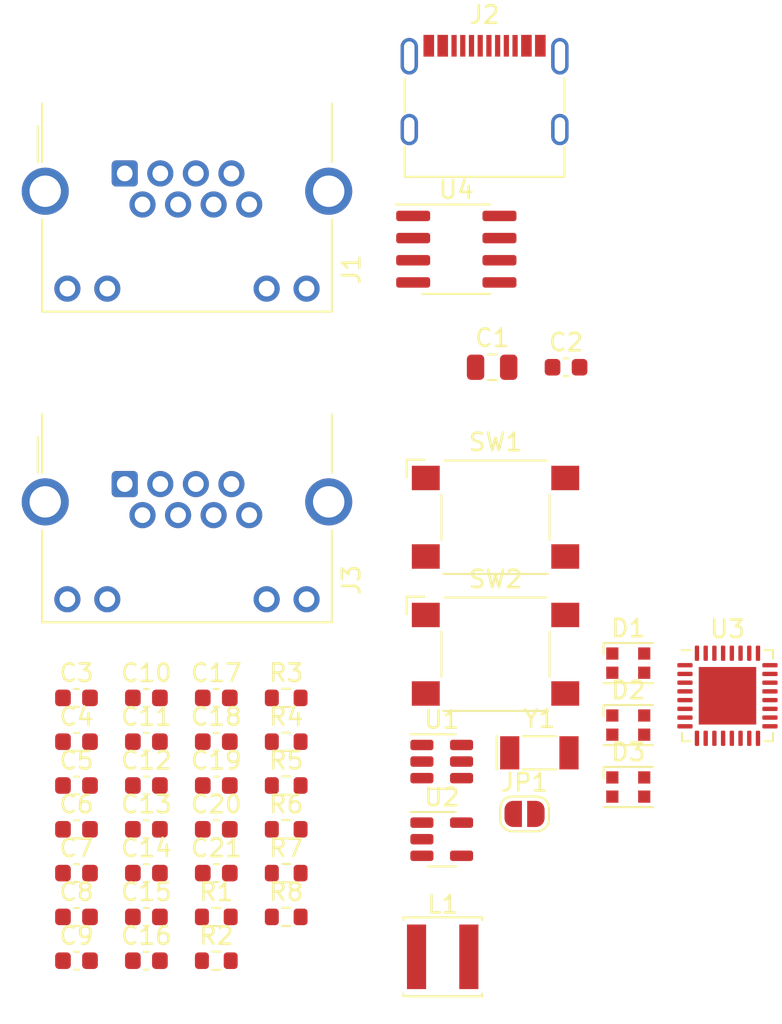
<source format=kicad_pcb>
(kicad_pcb (version 20221018) (generator pcbnew)
  (layers (0 "F.Cu" signal) (31 "B.Cu" signal) (34 "B.Paste" user) (35 "F.Paste" user) (36 "B.SilkS" user "B.Silkscreen") (37 "F.SilkS" user "F.Silkscreen") (38 "B.Mask" user) (39 "F.Mask" user) (44 "Edge.Cuts" user))
  (net 0 "")
  (net 2 "Net-(D1-DOUT)")
  (net 3 "GND")
  (net 4 "/RGB")
  (net 6 "Net-(D2-DOUT)")
  (net 9 "/D+")
  (net 10 "/D-")
  (net 11 "Net-(JP1-A)")
  (net 12 "+5V")
  (net 13 "Net-(U3-GPIO9)")
  (net 14 "Net-(U3-CHIP_EN)")
  (net 15 "Net-(U1-SW)")
  (net 16 "+12V")
  (net 17 "Net-(U1-FB)")
  (net 19 "Net-(U1-BST)")
  (net 21 "+3.3V")
  (net 25 "Net-(U3-GPIO2)")
  (net 31 "Net-(U3-GPIO8)")
  (net 32 "Net-(U3-VDD_SPI)")
  (net 41 "Net-(U3-XTAL_N)")
  (net 42 "Net-(U3-XTAL_P)")
  (net 44 "Net-(C9-Pad1)")
  (net 52 "Net-(J2-CC1)")
  (net 54 "Net-(J2-CC2)")
  (net 70 "/CAN_TX")
  (net 71 "/CAN_RX")
  (net 73 "/CANL")
  (net 74 "/CANH")
  (footprint "Jumper:SolderJumper-2_P1.3mm_Open_RoundedPad1.0x1.5mm" (layer "F.Cu") (at 150.5145 98.746)
    (fp_text reference "JP1" (at 0 -1.8) (layer "F.SilkS"))
    (fp_text value "SolderJumper")
    (fp_line (start -1.4 0.3) (end -1.4 -0.3) (stroke (width 0.12)) (layer "F.SilkS"))
    (fp_line (start -0.7 -1) (end 0.7 -1) (stroke (width 0.12)) (layer "F.SilkS"))
    (fp_line (start 0.7 1) (end -0.7 1) (stroke (width 0.12)) (layer "F.SilkS"))
    (fp_line (start 1.4 -0.3) (end 1.4 0.3) (stroke (width 0.12)) (layer "F.SilkS"))
    (fp_arc (start -1.4 -0.3) (mid -1.194975 -0.794975) (end -0.7 -1) (stroke (width 0.12)) (layer "F.SilkS"))
    (fp_arc (start -0.7 1) (mid -1.194975 0.794975) (end -1.4 0.3) (stroke (width 0.12)) (layer "F.SilkS"))
    (fp_arc (start 0.7 -1) (mid 1.194975 -0.794975) (end 1.4 -0.3) (stroke (width 0.12)) (layer "F.SilkS"))
    (fp_arc (start 1.4 0.3) (mid 1.194975 0.794975) (end 0.7 1) (stroke (width 0.12)) (layer "F.SilkS"))
    (pad "1" smd custom (at -0.65 0) (size 1 0.5) (layers "F.Cu" "F.Mask") (net 11 "Net-(JP1-A)") (options (clearance outline) (anchor rect)) (primitives (gr_circle (center 0 0.25) (end 0.5 0.25) (width 0) (fill yes)) (gr_circle (center 0 -0.25) (end 0.5 -0.25) (width 0) (fill yes)) (gr_poly (pts (xy 0.5 0.75) (xy 0 0.75) (xy 0 -0.75) (xy 0.5 -0.75)) (width 0) (fill yes))))
    (pad "2" smd custom (at 0.65 0) (size 1 0.5) (layers "F.Cu" "F.Mask") (net 12 "+5V") (options (clearance outline) (anchor rect)) (primitives (gr_circle (center 0 0.25) (end 0.5 0.25) (width 0) (fill yes)) (gr_circle (center 0 -0.25) (end 0.5 -0.25) (width 0) (fill yes)) (gr_poly (pts (xy 0 0.75) (xy -0.5 0.75) (xy -0.5 -0.75) (xy 0 -0.75)) (width 0) (fill yes))))
  )
  (footprint "Resistor_SMD:R_0603_1608Metric" (layer "F.Cu") (at 136.843 104.648)
    (fp_text reference "R8" (at 0 -1.43) (layer "F.SilkS"))
    (fp_text value "10k")
    (fp_line (start -0.237258 -0.5225) (end 0.237258 -0.5225) (stroke (width 0.12)) (layer "F.SilkS"))
    (fp_line (start -0.237258 0.5225) (end 0.237258 0.5225) (stroke (width 0.12)) (layer "F.SilkS"))
    (pad "1" smd roundrect (at -0.825 0) (size 0.8 0.95) (layers "F.Cu" "F.Paste" "F.Mask") (net 52 "Net-(J2-CC1)"))
    (pad "2" smd roundrect (at 0.825 0) (size 0.8 0.95) (layers "F.Cu" "F.Paste" "F.Mask") (net 3 "GND"))
  )
  (footprint "Resistor_SMD:R_0603_1608Metric" (layer "F.Cu") (at 136.843 94.608)
    (fp_text reference "R4" (at 0 -1.43) (layer "F.SilkS"))
    (fp_text value "10k")
    (fp_line (start -0.237258 -0.5225) (end 0.237258 -0.5225) (stroke (width 0.12)) (layer "F.SilkS"))
    (fp_line (start -0.237258 0.5225) (end 0.237258 0.5225) (stroke (width 0.12)) (layer "F.SilkS"))
    (pad "1" smd roundrect (at -0.825 0) (size 0.8 0.95) (layers "F.Cu" "F.Paste" "F.Mask") (net 21 "+3.3V"))
    (pad "2" smd roundrect (at 0.825 0) (size 0.8 0.95) (layers "F.Cu" "F.Paste" "F.Mask") (net 31 "Net-(U3-GPIO8)"))
  )
  (footprint "Capacitor_SMD:C_0603_1608Metric" (layer "F.Cu") (at 124.813 97.118)
    (fp_text reference "C5" (at 0 -1.43) (layer "F.SilkS"))
    (fp_text value "1uF")
    (fp_line (start -0.14058 -0.51) (end 0.14058 -0.51) (stroke (width 0.12)) (layer "F.SilkS"))
    (fp_line (start -0.14058 0.51) (end 0.14058 0.51) (stroke (width 0.12)) (layer "F.SilkS"))
    (pad "1" smd roundrect (at -0.775 0) (size 0.9 0.95) (layers "F.Cu" "F.Paste" "F.Mask") (net 12 "+5V"))
    (pad "2" smd roundrect (at 0.775 0) (size 0.9 0.95) (layers "F.Cu" "F.Paste" "F.Mask") (net 3 "GND"))
  )
  (footprint "LED_SMD:LED_WS2812B-2020_PLCC4_2.0x2.0mm" (layer "F.Cu") (at 156.4645 97.206)
    (fp_text reference "D3" (at 0 -2) (layer "F.SilkS"))
    (fp_text value "WS2812B")
    (fp_line (start -1.42 -1.15) (end -1.42 -0.5) (stroke (width 0.12)) (layer "F.SilkS"))
    (fp_line (start -1.42 -1.15) (end 1.42 -1.15) (stroke (width 0.12)) (layer "F.SilkS"))
    (fp_line (start -1.42 1.15) (end 1.42 1.15) (stroke (width 0.12)) (layer "F.SilkS"))
    (pad "1" smd rect (at -0.915 -0.55) (size 0.7 0.7) (layers "F.Cu" "F.Paste" "F.Mask") (net 12 "+5V"))
    (pad "2" smd rect (at -0.915 0.55) (size 0.7 0.7) (layers "F.Cu" "F.Paste" "F.Mask"))
    (pad "3" smd rect (at 0.915 0.55) (size 0.7 0.7) (layers "F.Cu" "F.Paste" "F.Mask") (net 3 "GND"))
    (pad "4" smd rect (at 0.915 -0.55) (size 0.7 0.7) (layers "F.Cu" "F.Paste" "F.Mask") (net 6 "Net-(D2-DOUT)"))
  )
  (footprint "Capacitor_SMD:C_0603_1608Metric" (layer "F.Cu") (at 124.813 92.098)
    (fp_text reference "C3" (at 0 -1.43) (layer "F.SilkS"))
    (fp_text value "22uF")
    (fp_line (start -0.14058 -0.51) (end 0.14058 -0.51) (stroke (width 0.12)) (layer "F.SilkS"))
    (fp_line (start -0.14058 0.51) (end 0.14058 0.51) (stroke (width 0.12)) (layer "F.SilkS"))
    (pad "1" smd roundrect (at -0.775 0) (size 0.9 0.95) (layers "F.Cu" "F.Paste" "F.Mask") (net 11 "Net-(JP1-A)"))
    (pad "2" smd roundrect (at 0.775 0) (size 0.9 0.95) (layers "F.Cu" "F.Paste" "F.Mask") (net 3 "GND"))
  )
  (footprint "Connector_RJ:RJ45_Connfly_DS1128-09-S8xx-S_Horizontal" (layer "F.Cu") (at 127.581 79.846)
    (fp_text reference "J3" (at 13 5.5 -90) (layer "F.SilkS"))
    (fp_text value "RJ45_LED_Shielded")
    (fp_line (start -4.99 -0.64) (end -4.99 -2.71) (stroke (width 0.12)) (layer "F.SilkS"))
    (fp_line (start -4.74 -0.64) (end -4.74 -4) (stroke (width 0.12)) (layer "F.SilkS"))
    (fp_line (start -4.74 7.92) (end -4.74 2.66) (stroke (width 0.12)) (layer "F.SilkS"))
    (fp_line (start 11.88 -4) (end 11.88 -0.65) (stroke (width 0.12)) (layer "F.SilkS"))
    (fp_line (start 11.88 2.66) (end 11.88 7.92) (stroke (width 0.12)) (layer "F.SilkS"))
    (fp_line (start 11.88 7.92) (end -4.74 7.92) (stroke (width 0.12)) (layer "F.SilkS"))
    (pad "" np_thru_hole circle (at -2.78 -2.54 180) (size 3.25 3.25) (drill 3.25) (layers "F&B.Cu" "*.Mask"))
    (pad "" np_thru_hole circle (at 9.92 -2.54 180) (size 3.25 3.25) (drill 3.25) (layers "F&B.Cu" "*.Mask"))
    (pad "1" thru_hole roundrect (at 0 0 180) (size 1.5 1.5) (drill 0.9) (layers "*.Cu" "*.Mask") (roundrect_rratio 0.1666666667))
    (pad "2" thru_hole circle (at 1.02 1.78 180) (size 1.5 1.5) (drill 0.9) (layers "*.Cu" "*.Mask"))
    (pad "3" thru_hole circle (at 2.04 0 180) (size 1.5 1.5) (drill 0.9) (layers "*.Cu" "*.Mask"))
    (pad "4" thru_hole circle (at 3.06 1.78 180) (size 1.5 1.5) (drill 0.9) (layers "*.Cu" "*.Mask"))
    (pad "5" thru_hole circle (at 4.08 0 180) (size 1.5 1.5) (drill 0.9) (layers "*.Cu" "*.Mask"))
    (pad "6" thru_hole circle (at 5.1 1.78 180) (size 1.5 1.5) (drill 0.9) (layers "*.Cu" "*.Mask"))
    (pad "7" thru_hole circle (at 6.12 0 180) (size 1.5 1.5) (drill 0.9) (layers "*.Cu" "*.Mask"))
    (pad "8" thru_hole circle (at 7.14 1.78 180) (size 1.5 1.5) (drill 0.9) (layers "*.Cu" "*.Mask"))
    (pad "9" thru_hole circle (at -3.29 6.6 180) (size 1.5 1.5) (drill 0.9) (layers "*.Cu" "*.Mask"))
    (pad "10" thru_hole circle (at -1 6.6 180) (size 1.5 1.5) (drill 0.9) (layers "*.Cu" "*.Mask"))
    (pad "11" thru_hole circle (at 8.14 6.6 180) (size 1.5 1.5) (drill 0.9) (layers "*.Cu" "*.Mask"))
    (pad "12" thru_hole circle (at 10.43 6.6 180) (size 1.5 1.5) (drill 0.9) (layers "*.Cu" "*.Mask"))
    (pad "SH" thru_hole circle (at -4.56 1.02 180) (size 2.7 2.7) (drill 1.8) (layers "*.Cu" "*.Mask"))
    (pad "SH" thru_hole circle (at 11.7 1.02 180) (size 2.7 2.7) (drill 1.8) (layers "*.Cu" "*.Mask"))
  )
  (footprint "Resistor_SMD:R_0603_1608Metric" (layer "F.Cu") (at 132.833 104.648)
    (fp_text reference "R1" (at 0 -1.43) (layer "F.SilkS"))
    (fp_text value "56.2k")
    (fp_line (start -0.237258 -0.5225) (end 0.237258 -0.5225) (stroke (width 0.12)) (layer "F.SilkS"))
    (fp_line (start -0.237258 0.5225) (end 0.237258 0.5225) (stroke (width 0.12)) (layer "F.SilkS"))
    (pad "1" smd roundrect (at -0.825 0) (size 0.8 0.95) (layers "F.Cu" "F.Paste" "F.Mask") (net 11 "Net-(JP1-A)"))
    (pad "2" smd roundrect (at 0.825 0) (size 0.8 0.95) (layers "F.Cu" "F.Paste" "F.Mask") (net 17 "Net-(U1-FB)"))
  )
  (footprint "Capacitor_SMD:C_0603_1608Metric" (layer "F.Cu") (at 128.823 107.158)
    (fp_text reference "C16" (at 0 -1.43) (layer "F.SilkS"))
    (fp_text value "10uF")
    (fp_line (start -0.14058 -0.51) (end 0.14058 -0.51) (stroke (width 0.12)) (layer "F.SilkS"))
    (fp_line (start -0.14058 0.51) (end 0.14058 0.51) (stroke (width 0.12)) (layer "F.SilkS"))
    (pad "1" smd roundrect (at -0.775 0) (size 0.9 0.95) (layers "F.Cu" "F.Paste" "F.Mask") (net 21 "+3.3V"))
    (pad "2" smd roundrect (at 0.775 0) (size 0.9 0.95) (layers "F.Cu" "F.Paste" "F.Mask") (net 3 "GND"))
  )
  (footprint "Capacitor_SMD:C_0603_1608Metric" (layer "F.Cu") (at 132.833 92.098)
    (fp_text reference "C17" (at 0 -1.43) (layer "F.SilkS"))
    (fp_text value "100nF")
    (fp_line (start -0.14058 -0.51) (end 0.14058 -0.51) (stroke (width 0.12)) (layer "F.SilkS"))
    (fp_line (start -0.14058 0.51) (end 0.14058 0.51) (stroke (width 0.12)) (layer "F.SilkS"))
    (pad "1" smd roundrect (at -0.775 0) (size 0.9 0.95) (layers "F.Cu" "F.Paste" "F.Mask") (net 32 "Net-(U3-VDD_SPI)"))
    (pad "2" smd roundrect (at 0.775 0) (size 0.9 0.95) (layers "F.Cu" "F.Paste" "F.Mask") (net 3 "GND"))
  )
  (footprint "Resistor_SMD:R_0603_1608Metric" (layer "F.Cu") (at 136.843 97.118)
    (fp_text reference "R5" (at 0 -1.43) (layer "F.SilkS"))
    (fp_text value "10k")
    (fp_line (start -0.237258 -0.5225) (end 0.237258 -0.5225) (stroke (width 0.12)) (layer "F.SilkS"))
    (fp_line (start -0.237258 0.5225) (end 0.237258 0.5225) (stroke (width 0.12)) (layer "F.SilkS"))
    (pad "1" smd roundrect (at -0.825 0) (size 0.8 0.95) (layers "F.Cu" "F.Paste" "F.Mask") (net 21 "+3.3V"))
    (pad "2" smd roundrect (at 0.825 0) (size 0.8 0.95) (layers "F.Cu" "F.Paste" "F.Mask") (net 14 "Net-(U3-CHIP_EN)"))
  )
  (footprint "Inductor_SMD:L_Sunlord_SWPA4030S" (layer "F.Cu") (at 145.82 106.934)
    (fp_text reference "L1" (at 0 -3) (layer "F.SilkS"))
    (fp_text value "3.3uH")
    (fp_line (start -2.26 -2.26) (end -2.26 -2.11) (stroke (width 0.12)) (layer "F.SilkS"))
    (fp_line (start -2.26 -2.26) (end 2.26 -2.26) (stroke (width 0.12)) (layer "F.SilkS"))
    (fp_line (start -2.26 2.26) (end -2.26 2.11) (stroke (width 0.12)) (layer "F.SilkS"))
    (fp_line (start -2.26 2.26) (end 2.26 2.26) (stroke (width 0.12)) (layer "F.SilkS"))
    (fp_line (start 2.26 -2.26) (end 2.26 -2.11) (stroke (width 0.12)) (layer "F.SilkS"))
    (fp_line (start 2.26 2.26) (end 2.26 2.11) (stroke (width 0.12)) (layer "F.SilkS"))
    (pad "1" smd rect (at -1.5 0) (size 1.1 3.7) (layers "F.Cu" "F.Paste" "F.Mask") (net 19 "Net-(U1-BST)"))
    (pad "2" smd rect (at 1.5 0) (size 1.1 3.7) (layers "F.Cu" "F.Paste" "F.Mask") (net 11 "Net-(JP1-A)"))
  )
  (footprint "Capacitor_SMD:C_0603_1608Metric" (layer "F.Cu") (at 124.813 107.158)
    (fp_text reference "C9" (at 0 -1.43) (layer "F.SilkS"))
    (fp_text value "16pF")
    (fp_line (start -0.14058 -0.51) (end 0.14058 -0.51) (stroke (width 0.12)) (layer "F.SilkS"))
    (fp_line (start -0.14058 0.51) (end 0.14058 0.51) (stroke (width 0.12)) (layer "F.SilkS"))
    (pad "1" smd roundrect (at -0.775 0) (size 0.9 0.95) (layers "F.Cu" "F.Paste" "F.Mask") (net 44 "Net-(C9-Pad1)"))
    (pad "2" smd roundrect (at 0.775 0) (size 0.9 0.95) (layers "F.Cu" "F.Paste" "F.Mask") (net 3 "GND"))
  )
  (footprint "Capacitor_SMD:C_0603_1608Metric" (layer "F.Cu") (at 128.823 97.118)
    (fp_text reference "C12" (at 0 -1.43) (layer "F.SilkS"))
    (fp_text value "100nF")
    (fp_line (start -0.14058 -0.51) (end 0.14058 -0.51) (stroke (width 0.12)) (layer "F.SilkS"))
    (fp_line (start -0.14058 0.51) (end 0.14058 0.51) (stroke (width 0.12)) (layer "F.SilkS"))
    (pad "1" smd roundrect (at -0.775 0) (size 0.9 0.95) (layers "F.Cu" "F.Paste" "F.Mask") (net 21 "+3.3V"))
    (pad "2" smd roundrect (at 0.775 0) (size 0.9 0.95) (layers "F.Cu" "F.Paste" "F.Mask") (net 3 "GND"))
  )
  (footprint "Capacitor_SMD:C_0805_2012Metric" (layer "F.Cu") (at 148.656 73.152)
    (fp_text reference "C1" (at 0 -1.68) (layer "F.SilkS"))
    (fp_text value "10uF")
    (fp_line (start -0.261252 -0.735) (end 0.261252 -0.735) (stroke (width 0.12)) (layer "F.SilkS"))
    (fp_line (start -0.261252 0.735) (end 0.261252 0.735) (stroke (width 0.12)) (layer "F.SilkS"))
    (pad "1" smd roundrect (at -0.95 0) (size 1 1.45) (layers "F.Cu" "F.Paste" "F.Mask") (net 16 "+12V"))
    (pad "2" smd roundrect (at 0.95 0) (size 1 1.45) (layers "F.Cu" "F.Paste" "F.Mask") (net 3 "GND"))
  )
  (footprint "Crystal:Crystal_SMD_MicroCrystal_CC5V-T1A-2Pin_4.1x1.5mm" (layer "F.Cu") (at 151.3645 95.246)
    (fp_text reference "Y1" (at 0 -1.95) (layer "F.SilkS"))
    (fp_text value "Crystal")
    (fp_line (start -2.45 -0.95) (end -2.45 0.95) (stroke (width 0.12)) (layer "F.SilkS"))
    (fp_line (start -0.95 -0.95) (end 0.95 -0.95) (stroke (width 0.12)) (layer "F.SilkS"))
    (fp_line (start -0.95 0.95) (end 0.95 0.95) (stroke (width 0.12)) (layer "F.SilkS"))
    (pad "1" smd rect (at -1.7 0) (size 1.1 1.9) (layers "F.Cu" "F.Paste" "F.Mask") (net 44 "Net-(C9-Pad1)"))
    (pad "2" smd rect (at 1.7 0) (size 1.1 1.9) (layers "F.Cu" "F.Paste" "F.Mask") (net 41 "Net-(U3-XTAL_N)"))
  )
  (footprint "Capacitor_SMD:C_0603_1608Metric" (layer "F.Cu") (at 132.833 99.628)
    (fp_text reference "C20" (at 0 -1.43) (layer "F.SilkS"))
    (fp_text value "10uF")
    (fp_line (start -0.14058 -0.51) (end 0.14058 -0.51) (stroke (width 0.12)) (layer "F.SilkS"))
    (fp_line (start -0.14058 0.51) (end 0.14058 0.51) (stroke (width 0.12)) (layer "F.SilkS"))
    (pad "1" smd roundrect (at -0.775 0) (size 0.9 0.95) (layers "F.Cu" "F.Paste" "F.Mask") (net 12 "+5V"))
    (pad "2" smd roundrect (at 0.775 0) (size 0.9 0.95) (layers "F.Cu" "F.Paste" "F.Mask") (net 3 "GND"))
  )
  (footprint "LED_SMD:LED_WS2812B-2020_PLCC4_2.0x2.0mm" (layer "F.Cu") (at 156.4645 90.106)
    (fp_text reference "D1" (at 0 -2) (layer "F.SilkS"))
    (fp_text value "WS2812B")
    (fp_line (start -1.42 -1.15) (end -1.42 -0.5) (stroke (width 0.12)) (layer "F.SilkS"))
    (fp_line (start -1.42 -1.15) (end 1.42 -1.15) (stroke (width 0.12)) (layer "F.SilkS"))
    (fp_line (start -1.42 1.15) (end 1.42 1.15) (stroke (width 0.12)) (layer "F.SilkS"))
    (pad "1" smd rect (at -0.915 -0.55) (size 0.7 0.7) (layers "F.Cu" "F.Paste" "F.Mask") (net 12 "+5V"))
    (pad "2" smd rect (at -0.915 0.55) (size 0.7 0.7) (layers "F.Cu" "F.Paste" "F.Mask") (net 2 "Net-(D1-DOUT)"))
    (pad "3" smd rect (at 0.915 0.55) (size 0.7 0.7) (layers "F.Cu" "F.Paste" "F.Mask") (net 3 "GND"))
    (pad "4" smd rect (at 0.915 -0.55) (size 0.7 0.7) (layers "F.Cu" "F.Paste" "F.Mask") (net 4 "/RGB"))
  )
  (footprint "Resistor_SMD:R_0603_1608Metric" (layer "F.Cu") (at 136.843 92.098)
    (fp_text reference "R3" (at 0 -1.43) (layer "F.SilkS"))
    (fp_text value "10k")
    (fp_line (start -0.237258 -0.5225) (end 0.237258 -0.5225) (stroke (width 0.12)) (layer "F.SilkS"))
    (fp_line (start -0.237258 0.5225) (end 0.237258 0.5225) (stroke (width 0.12)) (layer "F.SilkS"))
    (pad "1" smd roundrect (at -0.825 0) (size 0.8 0.95) (layers "F.Cu" "F.Paste" "F.Mask") (net 21 "+3.3V"))
    (pad "2" smd roundrect (at 0.825 0) (size 0.8 0.95) (layers "F.Cu" "F.Paste" "F.Mask") (net 25 "Net-(U3-GPIO2)"))
  )
  (footprint "Capacitor_SMD:C_0603_1608Metric" (layer "F.Cu") (at 124.813 104.648)
    (fp_text reference "C8" (at 0 -1.43) (layer "F.SilkS"))
    (fp_text value "1uF")
    (fp_line (start -0.14058 -0.51) (end 0.14058 -0.51) (stroke (width 0.12)) (layer "F.SilkS"))
    (fp_line (start -0.14058 0.51) (end 0.14058 0.51) (stroke (width 0.12)) (layer "F.SilkS"))
    (pad "1" smd roundrect (at -0.775 0) (size 0.9 0.95) (layers "F.Cu" "F.Paste" "F.Mask") (net 14 "Net-(U3-CHIP_EN)"))
    (pad "2" smd roundrect (at 0.775 0) (size 0.9 0.95) (layers "F.Cu" "F.Paste" "F.Mask") (net 3 "GND"))
  )
  (footprint "Capacitor_SMD:C_0603_1608Metric" (layer "F.Cu") (at 132.833 102.138)
    (fp_text reference "C21" (at 0 -1.43) (layer "F.SilkS"))
    (fp_text value "1uF")
    (fp_line (start -0.14058 -0.51) (end 0.14058 -0.51) (stroke (width 0.12)) (layer "F.SilkS"))
    (fp_line (start -0.14058 0.51) (end 0.14058 0.51) (stroke (width 0.12)) (layer "F.SilkS"))
    (pad "1" smd roundrect (at -0.775 0) (size 0.9 0.95) (layers "F.Cu" "F.Paste" "F.Mask") (net 12 "+5V"))
    (pad "2" smd roundrect (at 0.775 0) (size 0.9 0.95) (layers "F.Cu" "F.Paste" "F.Mask") (net 3 "GND"))
  )
  (footprint "Package_SO:SOIC-8_3.9x4.9mm_P1.27mm" (layer "F.Cu") (at 146.601 66.386)
    (fp_text reference "U4" (at 0 -3.4) (layer "F.SilkS"))
    (fp_text value "TJA1042T-3")
    (fp_line (start 0 -2.56) (end -3.45 -2.56) (stroke (width 0.12)) (layer "F.SilkS"))
    (fp_line (start 0 -2.56) (end 1.95 -2.56) (stroke (width 0.12)) (layer "F.SilkS"))
    (fp_line (start 0 2.56) (end -1.95 2.56) (stroke (width 0.12)) (layer "F.SilkS"))
    (fp_line (start 0 2.56) (end 1.95 2.56) (stroke (width 0.12)) (layer "F.SilkS"))
    (pad "1" smd roundrect (at -2.475 -1.905) (size 1.95 0.6) (layers "F.Cu" "F.Paste" "F.Mask") (net 70 "/CAN_TX"))
    (pad "2" smd roundrect (at -2.475 -0.635) (size 1.95 0.6) (layers "F.Cu" "F.Paste" "F.Mask"))
    (pad "3" smd roundrect (at -2.475 0.635) (size 1.95 0.6) (layers "F.Cu" "F.Paste" "F.Mask") (net 12 "+5V"))
    (pad "4" smd roundrect (at -2.475 1.905) (size 1.95 0.6) (layers "F.Cu" "F.Paste" "F.Mask") (net 71 "/CAN_RX"))
    (pad "5" smd roundrect (at 2.475 1.905) (size 1.95 0.6) (layers "F.Cu" "F.Paste" "F.Mask") (net 21 "+3.3V"))
    (pad "6" smd roundrect (at 2.475 0.635) (size 1.95 0.6) (layers "F.Cu" "F.Paste" "F.Mask") (net 73 "/CANL"))
    (pad "7" smd roundrect (at 2.475 -0.635) (size 1.95 0.6) (layers "F.Cu" "F.Paste" "F.Mask") (net 74 "/CANH"))
    (pad "8" smd roundrect (at 2.475 -1.905) (size 1.95 0.6) (layers "F.Cu" "F.Paste" "F.Mask") (net 3 "GND"))
  )
  (footprint "Capacitor_SMD:C_0603_1608Metric" (layer "F.Cu") (at 128.823 94.608)
    (fp_text reference "C11" (at 0 -1.43) (layer "F.SilkS"))
    (fp_text value "100nF")
    (fp_line (start -0.14058 -0.51) (end 0.14058 -0.51) (stroke (width 0.12)) (layer "F.SilkS"))
    (fp_line (start -0.14058 0.51) (end 0.14058 0.51) (stroke (width 0.12)) (layer "F.SilkS"))
    (pad "1" smd roundrect (at -0.775 0) (size 0.9 0.95) (layers "F.Cu" "F.Paste" "F.Mask") (net 21 "+3.3V"))
    (pad "2" smd roundrect (at 0.775 0) (size 0.9 0.95) (layers "F.Cu" "F.Paste" "F.Mask") (net 3 "GND"))
  )
  (footprint "Connector_USB:USB_C_Receptacle_G-Switch_GT-USB-7010ASV" (layer "F.Cu") (at 148.221 58.456)
    (fp_text reference "J2" (at 0 -5.5) (layer "F.SilkS"))
    (fp_text value "USB_C_Receptacle_USB2.0")
    (fp_line (start -4.58 -1.85) (end -4.58 0.07) (stroke (width 0.12)) (layer "F.SilkS"))
    (fp_line (start -4.58 3.785) (end -4.58 2.08) (stroke (width 0.12)) (layer "F.SilkS"))
    (fp_line (start 4.58 0.07) (end 4.58 -1.85) (stroke (width 0.12)) (layer "F.SilkS"))
    (fp_line (start 4.58 2.08) (end 4.58 3.785) (stroke (width 0.12)) (layer "F.SilkS"))
    (fp_line (start 4.58 3.785) (end -4.58 3.785) (stroke (width 0.12)) (layer "F.SilkS"))
    (pad "" np_thru_hole circle (at -2.89 -2.605) (size 0.65 0.65) (drill 0.65) (layers "*.Cu" "*.Mask"))
    (pad "" np_thru_hole circle (at 2.89 -2.605) (size 0.65 0.65) (drill 0.65) (layers "*.Cu" "*.Mask"))
    (pad "A1" smd rect (at -3.2 -3.725) (size 0.6 1.24) (layers "F.Cu" "F.Paste" "F.Mask") (net 3 "GND"))
    (pad "A4" smd rect (at -2.4 -3.725) (size 0.6 1.24) (layers "F.Cu" "F.Paste" "F.Mask") (net 12 "+5V"))
    (pad "A5" smd rect (at -1.25 -3.725) (size 0.3 1.24) (layers "F.Cu" "F.Paste" "F.Mask") (net 52 "Net-(J2-CC1)"))
    (pad "A6" smd rect (at -0.25 -3.725) (size 0.3 1.24) (layers "F.Cu" "F.Paste" "F.Mask") (net 9 "/D+"))
    (pad "A7" smd rect (at 0.25 -3.725) (size 0.3 1.24) (layers "F.Cu" "F.Paste" "F.Mask") (net 10 "/D-"))
    (pad "A8" smd rect (at 1.25 -3.725) (size 0.3 1.24) (layers "F.Cu" "F.Paste" "F.Mask"))
    (pad "A9" smd rect (at 2.4 -3.725) (size 0.6 1.24) (layers "F.Cu" "F.Paste" "F.Mask") (net 12 "+5V"))
    (pad "A12" smd rect (at 3.2 -3.725) (size 0.6 1.24) (layers "F.Cu" "F.Paste" "F.Mask") (net 3 "GND"))
    (pad "B1" smd rect (at 3.2 -3.725) (size 0.6 1.24) (layers "F.Cu" "F.Paste" "F.Mask") (net 3 "GND"))
    (pad "B4" smd rect (at 2.4 -3.725) (size 0.6 1.24) (layers "F.Cu" "F.Paste" "F.Mask") (net 12 "+5V"))
    (pad "B5" smd rect (at 1.75 -3.725) (size 0.3 1.24) (layers "F.Cu" "F.Paste" "F.Mask") (net 54 "Net-(J2-CC2)"))
    (pad "B6" smd rect (at 0.75 -3.725) (size 0.3 1.24) (layers "F.Cu" "F.Paste" "F.Mask") (net 9 "/D+"))
    (pad "B7" smd rect (at -0.75 -3.725) (size 0.3 1.24) (layers "F.Cu" "F.Paste" "F.Mask") (net 10 "/D-"))
    (pad "B8" smd rect (at -1.75 -3.725) (size 0.3 1.24) (layers "F.Cu" "F.Paste" "F.Mask"))
    (pad "B9" smd rect (at -2.4 -3.725) (size 0.6 1.24) (layers "F.Cu" "F.Paste" "F.Mask") (net 12 "+5V"))
    (pad "B12" smd rect (at -3.2 -3.725) (size 0.6 1.24) (layers "F.Cu" "F.Paste" "F.Mask") (net 3 "GND"))
    (pad "S1" thru_hole oval (at -4.32 -3.125) (size 1 2.1) (drill oval 0.6 1.7) (layers "*.Cu" "*.Mask"))
    (pad "S1" thru_hole oval (at -4.32 1.075) (size 1 1.8) (drill oval 0.6 1.4) (layers "*.Cu" "*.Mask"))
    (pad "S1" thru_hole oval (at 4.32 -3.125) (size 1 2.1) (drill oval 0.6 1.7) (layers "*.Cu" "*.Mask"))
    (pad "S1" thru_hole oval (at 4.32 1.075) (size 1 1.8) (drill oval 0.6 1.4) (layers "*.Cu" "*.Mask"))
  )
  (footprint "Connector_RJ:RJ45_Connfly_DS1128-09-S8xx-S_Horizontal" (layer "F.Cu") (at 127.581 62.046)
    (fp_text reference "J1" (at 13 5.5 -90) (layer "F.SilkS"))
    (fp_text value "RJ45_LED_Shielded")
    (fp_line (start -4.99 -0.64) (end -4.99 -2.71) (stroke (width 0.12)) (layer "F.SilkS"))
    (fp_line (start -4.74 -0.64) (end -4.74 -4) (stroke (width 0.12)) (layer "F.SilkS"))
    (fp_line (start -4.74 7.92) (end -4.74 2.66) (stroke (width 0.12)) (layer "F.SilkS"))
    (fp_line (start 11.88 -4) (end 11.88 -0.65) (stroke (width 0.12)) (layer "F.SilkS"))
    (fp_line (start 11.88 2.66) (end 11.88 7.92) (stroke (width 0.12)) (layer "F.SilkS"))
    (fp_line (start 11.88 7.92) (end -4.74 7.92) (stroke (width 0.12)) (layer "F.SilkS"))
    (pad "" np_thru_hole circle (at -2.78 -2.54 180) (size 3.25 3.25) (drill 3.25) (layers "F&B.Cu" "*.Mask"))
    (pad "" np_thru_hole circle (at 9.92 -2.54 180) (size 3.25 3.25) (drill 3.25) (layers "F&B.Cu" "*.Mask"))
    (pad "1" thru_hole roundrect (at 0 0 180) (size 1.5 1.5) (drill 0.9) (layers "*.Cu" "*.Mask") (roundrect_rratio 0.1666666667))
    (pad "2" thru_hole circle (at 1.02 1.78 180) (size 1.5 1.5) (drill 0.9) (layers "*.Cu" "*.Mask"))
    (pad "3" thru_hole circle (at 2.04 0 180) (size 1.5 1.5) (drill 0.9) (layers "*.Cu" "*.Mask"))
    (pad "4" thru_hole circle (at 3.06 1.78 180) (size 1.5 1.5) (drill 0.9) (layers "*.Cu" "*.Mask"))
    (pad "5" thru_hole circle (at 4.08 0 180) (size 1.5 1.5) (drill 0.9) (layers "*.Cu" "*.Mask"))
    (pad "6" thru_hole circle (at 5.1 1.78 180) (size 1.5 1.5) (drill 0.9) (layers "*.Cu" "*.Mask"))
    (pad "7" thru_hole circle (at 6.12 0 180) (size 1.5 1.5) (drill 0.9) (layers "*.Cu" "*.Mask"))
    (pad "8" thru_hole circle (at 7.14 1.78 180) (size 1.5 1.5) (drill 0.9) (layers "*.Cu" "*.Mask"))
    (pad "9" thru_hole circle (at -3.29 6.6 180) (size 1.5 1.5) (drill 0.9) (layers "*.Cu" "*.Mask"))
    (pad "10" thru_hole circle (at -1 6.6 180) (size 1.5 1.5) (drill 0.9) (layers "*.Cu" "*.Mask"))
    (pad "11" thru_hole circle (at 8.14 6.6 180) (size 1.5 1.5) (drill 0.9) (layers "*.Cu" "*.Mask"))
    (pad "12" thru_hole circle (at 10.43 6.6 180) (size 1.5 1.5) (drill 0.9) (layers "*.Cu" "*.Mask"))
    (pad "SH" thru_hole circle (at -4.56 1.02 180) (size 2.7 2.7) (drill 1.8) (layers "*.Cu" "*.Mask"))
    (pad "SH" thru_hole circle (at 11.7 1.02 180) (size 2.7 2.7) (drill 1.8) (layers "*.Cu" "*.Mask"))
  )
  (footprint "Capacitor_SMD:C_0603_1608Metric" (layer "F.Cu") (at 128.823 99.628)
    (fp_text reference "C13" (at 0 -1.43) (layer "F.SilkS"))
    (fp_text value "100nF")
    (fp_line (start -0.14058 -0.51) (end 0.14058 -0.51) (stroke (width 0.12)) (layer "F.SilkS"))
    (fp_line (start -0.14058 0.51) (end 0.14058 0.51) (stroke (width 0.12)) (layer "F.SilkS"))
    (pad "1" smd roundrect (at -0.775 0) (size 0.9 0.95) (layers "F.Cu" "F.Paste" "F.Mask") (net 21 "+3.3V"))
    (pad "2" smd roundrect (at 0.775 0) (size 0.9 0.95) (layers "F.Cu" "F.Paste" "F.Mask") (net 3 "GND"))
  )
  (footprint "Capacitor_SMD:C_0603_1608Metric" (layer "F.Cu") (at 124.813 94.608)
    (fp_text reference "C4" (at 0 -1.43) (layer "F.SilkS"))
    (fp_text value "22uF")
    (fp_line (start -0.14058 -0.51) (end 0.14058 -0.51) (stroke (width 0.12)) (layer "F.SilkS"))
    (fp_line (start -0.14058 0.51) (end 0.14058 0.51) (stroke (width 0.12)) (layer "F.SilkS"))
    (pad "1" smd roundrect (at -0.775 0) (size 0.9 0.95) (layers "F.Cu" "F.Paste" "F.Mask") (net 11 "Net-(JP1-A)"))
    (pad "2" smd roundrect (at 0.775 0) (size 0.9 0.95) (layers "F.Cu" "F.Paste" "F.Mask") (net 3 "GND"))
  )
  (footprint "Capacitor_SMD:C_0603_1608Metric" (layer "F.Cu") (at 128.823 92.098)
    (fp_text reference "C10" (at 0 -1.43) (layer "F.SilkS"))
    (fp_text value "16pF")
    (fp_line (start -0.14058 -0.51) (end 0.14058 -0.51) (stroke (width 0.12)) (layer "F.SilkS"))
    (fp_line (start -0.14058 0.51) (end 0.14058 0.51) (stroke (width 0.12)) (layer "F.SilkS"))
    (pad "1" smd roundrect (at -0.775 0) (size 0.9 0.95) (layers "F.Cu" "F.Paste" "F.Mask") (net 41 "Net-(U3-XTAL_N)"))
    (pad "2" smd roundrect (at 0.775 0) (size 0.9 0.95) (layers "F.Cu" "F.Paste" "F.Mask") (net 3 "GND"))
  )
  (footprint "Resistor_SMD:R_0603_1608Metric" (layer "F.Cu") (at 132.833 107.158)
    (fp_text reference "R2" (at 0 -1.43) (layer "F.SilkS"))
    (fp_text value "10k")
    (fp_line (start -0.237258 -0.5225) (end 0.237258 -0.5225) (stroke (width 0.12)) (layer "F.SilkS"))
    (fp_line (start -0.237258 0.5225) (end 0.237258 0.5225) (stroke (width 0.12)) (layer "F.SilkS"))
    (pad "1" smd roundrect (at -0.825 0) (size 0.8 0.95) (layers "F.Cu" "F.Paste" "F.Mask") (net 17 "Net-(U1-FB)"))
    (pad "2" smd roundrect (at 0.825 0) (size 0.8 0.95) (layers "F.Cu" "F.Paste" "F.Mask") (net 3 "GND"))
  )
  (footprint "Package_TO_SOT_SMD:TSOT-23-6" (layer "F.Cu") (at 145.7645 95.746)
    (fp_text reference "U1" (at 0 -2.4) (layer "F.SilkS"))
    (fp_text value "AP62300TWU")
    (fp_line (start 0 -1.56) (end -1.8 -1.56) (stroke (width 0.12)) (layer "F.SilkS"))
    (fp_line (start 0 -1.56) (end 0.8 -1.56) (stroke (width 0.12)) (layer "F.SilkS"))
    (fp_line (start 0 1.56) (end -0.8 1.56) (stroke (width 0.12)) (layer "F.SilkS"))
    (fp_line (start 0 1.56) (end 0.8 1.56) (stroke (width 0.12)) (layer "F.SilkS"))
    (pad "1" smd roundrect (at -1.1375 -0.95) (size 1.325 0.6) (layers "F.Cu" "F.Paste" "F.Mask") (net 3 "GND"))
    (pad "2" smd roundrect (at -1.1375 0) (size 1.325 0.6) (layers "F.Cu" "F.Paste" "F.Mask") (net 15 "Net-(U1-SW)"))
    (pad "3" smd roundrect (at -1.1375 0.95) (size 1.325 0.6) (layers "F.Cu" "F.Paste" "F.Mask") (net 16 "+12V"))
    (pad "4" smd roundrect (at 1.1375 0.95) (size 1.325 0.6) (layers "F.Cu" "F.Paste" "F.Mask") (net 17 "Net-(U1-FB)"))
    (pad "5" smd roundrect (at 1.1375 0) (size 1.325 0.6) (layers "F.Cu" "F.Paste" "F.Mask"))
    (pad "6" smd roundrect (at 1.1375 -0.95) (size 1.325 0.6) (layers "F.Cu" "F.Paste" "F.Mask") (net 19 "Net-(U1-BST)"))
  )
  (footprint "Package_TO_SOT_SMD:SOT-23-5" (layer "F.Cu") (at 145.7645 100.196)
    (fp_text reference "U2" (at 0 -2.4) (layer "F.SilkS"))
    (fp_text value "AP2112K-3.3")
    (fp_line (start 0 -1.56) (end -1.8 -1.56) (stroke (width 0.12)) (layer "F.SilkS"))
    (fp_line (start 0 -1.56) (end 0.8 -1.56) (stroke (width 0.12)) (layer "F.SilkS"))
    (fp_line (start 0 1.56) (end -0.8 1.56) (stroke (width 0.12)) (layer "F.SilkS"))
    (fp_line (start 0 1.56) (end 0.8 1.56) (stroke (width 0.12)) (layer "F.SilkS"))
    (pad "1" smd roundrect (at -1.1375 -0.95) (size 1.325 0.6) (layers "F.Cu" "F.Paste" "F.Mask") (net 12 "+5V"))
    (pad "2" smd roundrect (at -1.1375 0) (size 1.325 0.6) (layers "F.Cu" "F.Paste" "F.Mask") (net 3 "GND"))
    (pad "3" smd roundrect (at -1.1375 0.95) (size 1.325 0.6) (layers "F.Cu" "F.Paste" "F.Mask") (net 12 "+5V"))
    (pad "4" smd roundrect (at 1.1375 0.95) (size 1.325 0.6) (layers "F.Cu" "F.Paste" "F.Mask"))
    (pad "5" smd roundrect (at 1.1375 -0.95) (size 1.325 0.6) (layers "F.Cu" "F.Paste" "F.Mask") (net 21 "+3.3V"))
  )
  (footprint "Capacitor_SMD:C_0603_1608Metric" (layer "F.Cu") (at 128.823 104.648)
    (fp_text reference "C15" (at 0 -1.43) (layer "F.SilkS"))
    (fp_text value "1uF")
    (fp_line (start -0.14058 -0.51) (end 0.14058 -0.51) (stroke (width 0.12)) (layer "F.SilkS"))
    (fp_line (start -0.14058 0.51) (end 0.14058 0.51) (stroke (width 0.12)) (layer "F.SilkS"))
    (pad "1" smd roundrect (at -0.775 0) (size 0.9 0.95) (layers "F.Cu" "F.Paste" "F.Mask") (net 21 "+3.3V"))
    (pad "2" smd roundrect (at 0.775 0) (size 0.9 0.95) (layers "F.Cu" "F.Paste" "F.Mask") (net 3 "GND"))
  )
  (footprint "Button_Switch_SMD:SW_SPST_Omron_B3FS-101xP" (layer "F.Cu") (at 148.8495 89.596)
    (fp_text reference "SW2" (at 0 -4.3) (layer "F.SilkS"))
    (fp_text value "Enable")
    (fp_line (start -5.1 -3.3) (end -4.1 -3.3) (stroke (width 0.12)) (layer "F.SilkS"))
    (fp_line (start -5.1 -2.3) (end -5.1 -3.3) (stroke (width 0.12)) (layer "F.SilkS"))
    (fp_line (start -3.1 -1.3) (end -3.1 1.3) (stroke (width 0.12)) (layer "F.SilkS"))
    (fp_line (start 2.9 -3.25) (end -2.9 -3.25) (stroke (width 0.12)) (layer "F.SilkS"))
    (fp_line (start 3 3.25) (end -3 3.25) (stroke (width 0.12)) (layer "F.SilkS"))
    (fp_line (start 3.1 -1.3) (end 3.1 1.3) (stroke (width 0.12)) (layer "F.SilkS"))
    (pad "1" smd rect (at -4 -2.25 180) (size 1.6 1.4) (layers "F.Cu" "F.Paste" "F.Mask") (net 3 "GND"))
    (pad "1" smd rect (at 4 -2.25 180) (size 1.6 1.4) (layers "F.Cu" "F.Paste" "F.Mask") (net 3 "GND"))
    (pad "2" smd rect (at -4 2.25 180) (size 1.6 1.4) (layers "F.Cu" "F.Paste" "F.Mask") (net 14 "Net-(U3-CHIP_EN)"))
    (pad "2" smd rect (at 4 2.25 180) (size 1.6 1.4) (layers "F.Cu" "F.Paste" "F.Mask") (net 14 "Net-(U3-CHIP_EN)"))
  )
  (footprint "Button_Switch_SMD:SW_SPST_Omron_B3FS-101xP" (layer "F.Cu") (at 148.8495 81.746)
    (fp_text reference "SW1" (at 0 -4.3) (layer "F.SilkS"))
    (fp_text value "Boot")
    (fp_line (start -5.1 -3.3) (end -4.1 -3.3) (stroke (width 0.12)) (layer "F.SilkS"))
    (fp_line (start -5.1 -2.3) (end -5.1 -3.3) (stroke (width 0.12)) (layer "F.SilkS"))
    (fp_line (start -3.1 -1.3) (end -3.1 1.3) (stroke (width 0.12)) (layer "F.SilkS"))
    (fp_line (start 2.9 -3.25) (end -2.9 -3.25) (stroke (width 0.12)) (layer "F.SilkS"))
    (fp_line (start 3 3.25) (end -3 3.25) (stroke (width 0.12)) (layer "F.SilkS"))
    (fp_line (start 3.1 -1.3) (end 3.1 1.3) (stroke (width 0.12)) (layer "F.SilkS"))
    (pad "1" smd rect (at -4 -2.25 180) (size 1.6 1.4) (layers "F.Cu" "F.Paste" "F.Mask") (net 13 "Net-(U3-GPIO9)"))
    (pad "1" smd rect (at 4 -2.25 180) (size 1.6 1.4) (layers "F.Cu" "F.Paste" "F.Mask") (net 13 "Net-(U3-GPIO9)"))
    (pad "2" smd rect (at -4 2.25 180) (size 1.6 1.4) (layers "F.Cu" "F.Paste" "F.Mask") (net 3 "GND"))
    (pad "2" smd rect (at 4 2.25 180) (size 1.6 1.4) (layers "F.Cu" "F.Paste" "F.Mask") (net 3 "GND"))
  )
  (footprint "Capacitor_SMD:C_0603_1608Metric" (layer "F.Cu") (at 124.813 99.628)
    (fp_text reference "C6" (at 0 -1.43) (layer "F.SilkS"))
    (fp_text value "1uF")
    (fp_line (start -0.14058 -0.51) (end 0.14058 -0.51) (stroke (width 0.12)) (layer "F.SilkS"))
    (fp_line (start -0.14058 0.51) (end 0.14058 0.51) (stroke (width 0.12)) (layer "F.SilkS"))
    (pad "1" smd roundrect (at -0.775 0) (size 0.9 0.95) (layers "F.Cu" "F.Paste" "F.Mask") (net 21 "+3.3V"))
    (pad "2" smd roundrect (at 0.775 0) (size 0.9 0.95) (layers "F.Cu" "F.Paste" "F.Mask") (net 3 "GND"))
  )
  (footprint "Package_DFN_QFN:QFN-32-1EP_5x5mm_P0.5mm_EP3.3x3.3mm" (layer "F.Cu") (at 162.1545 91.976)
    (fp_text reference "U3" (at 0 -3.82) (layer "F.SilkS"))
    (fp_text value "~")
    (fp_line (start -2.61 2.61) (end -2.61 2.135) (stroke (width 0.12)) (layer "F.SilkS"))
    (fp_line (start -2.135 -2.61) (end -2.61 -2.61) (stroke (width 0.12)) (layer "F.SilkS"))
    (fp_line (start -2.135 2.61) (end -2.61 2.61) (stroke (width 0.12)) (layer "F.SilkS"))
    (fp_line (start 2.135 -2.61) (end 2.61 -2.61) (stroke (width 0.12)) (layer "F.SilkS"))
    (fp_line (start 2.135 2.61) (end 2.61 2.61) (stroke (width 0.12)) (layer "F.SilkS"))
    (fp_line (start 2.61 -2.61) (end 2.61 -2.135) (stroke (width 0.12)) (layer "F.SilkS"))
    (fp_line (start 2.61 2.61) (end 2.61 2.135) (stroke (width 0.12)) (layer "F.SilkS"))
    (pad "1" smd roundrect (at -2.4375 -1.75) (size 0.875 0.25) (layers "F.Cu" "F.Paste" "F.Mask"))
    (pad "2" smd roundrect (at -2.4375 -1.25) (size 0.875 0.25) (layers "F.Cu" "F.Paste" "F.Mask") (net 21 "+3.3V"))
    (pad "3" smd roundrect (at -2.4375 -0.75) (size 0.875 0.25) (layers "F.Cu" "F.Paste" "F.Mask") (net 21 "+3.3V"))
    (pad "4" smd roundrect (at -2.4375 -0.25) (size 0.875 0.25) (layers "F.Cu" "F.Paste" "F.Mask"))
    (pad "5" smd roundrect (at -2.4375 0.25) (size 0.875 0.25) (layers "F.Cu" "F.Paste" "F.Mask"))
    (pad "6" smd roundrect (at -2.4375 0.75) (size 0.875 0.25) (layers "F.Cu" "F.Paste" "F.Mask") (net 25 "Net-(U3-GPIO2)"))
    (pad "7" smd roundrect (at -2.4375 1.25) (size 0.875 0.25) (layers "F.Cu" "F.Paste" "F.Mask") (net 14 "Net-(U3-CHIP_EN)"))
    (pad "8" smd roundrect (at -2.4375 1.75) (size 0.875 0.25) (layers "F.Cu" "F.Paste" "F.Mask"))
    (pad "9" smd roundrect (at -1.75 2.4375) (size 0.25 0.875) (layers "F.Cu" "F.Paste" "F.Mask") (net 70 "/CAN_TX"))
    (pad "10" smd roundrect (at -1.25 2.4375) (size 0.25 0.875) (layers "F.Cu" "F.Paste" "F.Mask") (net 71 "/CAN_RX"))
    (pad "11" smd roundrect (at -0.75 2.4375) (size 0.25 0.875) (layers "F.Cu" "F.Paste" "F.Mask") (net 21 "+3.3V"))
    (pad "12" smd roundrect (at -0.25 2.4375) (size 0.25 0.875) (layers "F.Cu" "F.Paste" "F.Mask"))
    (pad "13" smd roundrect (at 0.25 2.4375) (size 0.25 0.875) (layers "F.Cu" "F.Paste" "F.Mask"))
    (pad "14" smd roundrect (at 0.75 2.4375) (size 0.25 0.875) (layers "F.Cu" "F.Paste" "F.Mask") (net 31 "Net-(U3-GPIO8)"))
    (pad "15" smd roundrect (at 1.25 2.4375) (size 0.25 0.875) (layers "F.Cu" "F.Paste" "F.Mask") (net 13 "Net-(U3-GPIO9)"))
    (pad "16" smd roundrect (at 1.75 2.4375) (size 0.25 0.875) (layers "F.Cu" "F.Paste" "F.Mask") (net 4 "/RGB"))
    (pad "17" smd roundrect (at 2.4375 1.75) (size 0.875 0.25) (layers "F.Cu" "F.Paste" "F.Mask") (net 21 "+3.3V"))
    (pad "18" smd roundrect (at 2.4375 1.25) (size 0.875 0.25) (layers "F.Cu" "F.Paste" "F.Mask") (net 32 "Net-(U3-VDD_SPI)"))
    (pad "19" smd roundrect (at 2.4375 0.75) (size 0.875 0.25) (layers "F.Cu" "F.Paste" "F.Mask"))
    (pad "20" smd roundrect (at 2.4375 0.25) (size 0.875 0.25) (layers "F.Cu" "F.Paste" "F.Mask"))
    (pad "21" smd roundrect (at 2.4375 -0.25) (size 0.875 0.25) (layers "F.Cu" "F.Paste" "F.Mask"))
    (pad "22" smd roundrect (at 2.4375 -0.75) (size 0.875 0.25) (layers "F.Cu" "F.Paste" "F.Mask"))
    (pad "23" smd roundrect (at 2.4375 -1.25) (size 0.875 0.25) (layers "F.Cu" "F.Paste" "F.Mask"))
    (pad "24" smd roundrect (at 2.4375 -1.75) (size 0.875 0.25) (layers "F.Cu" "F.Paste" "F.Mask"))
    (pad "25" smd roundrect (at 1.75 -2.4375) (size 0.25 0.875) (layers "F.Cu" "F.Paste" "F.Mask") (net 10 "/D-"))
    (pad "26" smd roundrect (at 1.25 -2.4375) (size 0.25 0.875) (layers "F.Cu" "F.Paste" "F.Mask") (net 9 "/D+"))
    (pad "27" smd roundrect (at 0.75 -2.4375) (size 0.25 0.875) (layers "F.Cu" "F.Paste" "F.Mask"))
    (pad "28" smd roundrect (at 0.25 -2.4375) (size 0.25 0.875) (layers "F.Cu" "F.Paste" "F.Mask"))
    (pad "29" smd roundrect (at -0.25 -2.4375) (size 0.25 0.875) (layers "F.Cu" "F.Paste" "F.Mask") (net 41 "Net-(U3-XTAL_N)"))
    (pad "30" smd roundrect (at -0.75 -2.4375) (size 0.25 0.875) (layers "F.Cu" "F.Paste" "F.Mask") (net 42 "Net-(U3-XTAL_P)"))
    (pad "31" smd roundrect (at -1.25 -2.4375) (size 0.25 0.875) (layers "F.Cu" "F.Paste" "F.Mask") (net 21 "+3.3V"))
    (pad "32" smd roundrect (at -1.75 -2.4375) (size 0.25 0.875) (layers "F.Cu" "F.Paste" "F.Mask") (net 21 "+3.3V"))
    (pad "33" smd rect (at 0 0) (size 3.3 3.3) (layers "F.Cu" "F.Mask") (net 3 "GND"))
  )
  (footprint "Capacitor_SMD:C_0603_1608Metric" (layer "F.Cu") (at 124.813 102.138)
    (fp_text reference "C7" (at 0 -1.43) (layer "F.SilkS"))
    (fp_text value "22uF")
    (fp_line (start -0.14058 -0.51) (end 0.14058 -0.51) (stroke (width 0.12)) (layer "F.SilkS"))
    (fp_line (start -0.14058 0.51) (end 0.14058 0.51) (stroke (width 0.12)) (layer "F.SilkS"))
    (pad "1" smd roundrect (at -0.775 0) (size 0.9 0.95) (layers "F.Cu" "F.Paste" "F.Mask") (net 21 "+3.3V"))
    (pad "2" smd roundrect (at 0.775 0) (size 0.9 0.95) (layers "F.Cu" "F.Paste" "F.Mask") (net 3 "GND"))
  )
  (footprint "Capacitor_SMD:C_0603_1608Metric" (layer "F.Cu") (at 128.823 102.138)
    (fp_text reference "C14" (at 0 -1.43) (layer "F.SilkS"))
    (fp_text value "100nF")
    (fp_line (start -0.14058 -0.51) (end 0.14058 -0.51) (stroke (width 0.12)) (layer "F.SilkS"))
    (fp_line (start -0.14058 0.51) (end 0.14058 0.51) (stroke (width 0.12)) (layer "F.SilkS"))
    (pad "1" smd roundrect (at -0.775 0) (size 0.9 0.95) (layers "F.Cu" "F.Paste" "F.Mask") (net 21 "+3.3V"))
    (pad "2" smd roundrect (at 0.775 0) (size 0.9 0.95) (layers "F.Cu" "F.Paste" "F.Mask") (net 3 "GND"))
  )
  (footprint "LED_SMD:LED_WS2812B-2020_PLCC4_2.0x2.0mm" (layer "F.Cu") (at 156.4645 93.656)
    (fp_text reference "D2" (at 0 -2) (layer "F.SilkS"))
    (fp_text value "WS2812B")
    (fp_line (start -1.42 -1.15) (end -1.42 -0.5) (stroke (width 0.12)) (layer "F.SilkS"))
    (fp_line (start -1.42 -1.15) (end 1.42 -1.15) (stroke (width 0.12)) (layer "F.SilkS"))
    (fp_line (start -1.42 1.15) (end 1.42 1.15) (stroke (width 0.12)) (layer "F.SilkS"))
    (pad "1" smd rect (at -0.915 -0.55) (size 0.7 0.7) (layers "F.Cu" "F.Paste" "F.Mask") (net 12 "+5V"))
    (pad "2" smd rect (at -0.915 0.55) (size 0.7 0.7) (layers "F.Cu" "F.Paste" "F.Mask") (net 6 "Net-(D2-DOUT)"))
    (pad "3" smd rect (at 0.915 0.55) (size 0.7 0.7) (layers "F.Cu" "F.Paste" "F.Mask") (net 3 "GND"))
    (pad "4" smd rect (at 0.915 -0.55) (size 0.7 0.7) (layers "F.Cu" "F.Paste" "F.Mask") (net 2 "Net-(D1-DOUT)"))
  )
  (footprint "Capacitor_SMD:C_0603_1608Metric" (layer "F.Cu") (at 132.833 94.608)
    (fp_text reference "C18" (at 0 -1.43) (layer "F.SilkS"))
    (fp_text value "10uF")
    (fp_line (start -0.14058 -0.51) (end 0.14058 -0.51) (stroke (width 0.12)) (layer "F.SilkS"))
    (fp_line (start -0.14058 0.51) (end 0.14058 0.51) (stroke (width 0.12)) (layer "F.SilkS"))
    (pad "1" smd roundrect (at -0.775 0) (size 0.9 0.95) (layers "F.Cu" "F.Paste" "F.Mask") (net 21 "+3.3V"))
    (pad "2" smd roundrect (at 0.775 0) (size 0.9 0.95) (layers "F.Cu" "F.Paste" "F.Mask") (net 3 "GND"))
  )
  (footprint "Resistor_SMD:R_0603_1608Metric" (layer "F.Cu") (at 136.843 102.138)
    (fp_text reference "R7" (at 0 -1.43) (layer "F.SilkS"))
    (fp_text value "10k")
    (fp_line (start -0.237258 -0.5225) (end 0.237258 -0.5225) (stroke (width 0.12)) (layer "F.SilkS"))
    (fp_line (start -0.237258 0.5225) (end 0.237258 0.5225) (stroke (width 0.12)) (layer "F.SilkS"))
    (pad "1" smd roundrect (at -0.825 0) (size 0.8 0.95) (layers "F.Cu" "F.Paste" "F.Mask") (net 54 "Net-(J2-CC2)"))
    (pad "2" smd roundrect (at 0.825 0) (size 0.8 0.95) (layers "F.Cu" "F.Paste" "F.Mask") (net 3 "GND"))
  )
  (footprint "Capacitor_SMD:C_0603_1608Metric" (layer "F.Cu") (at 132.833 97.118)
    (fp_text reference "C19" (at 0 -1.43) (layer "F.SilkS"))
    (fp_text value "1uF")
    (fp_line (start -0.14058 -0.51) (end 0.14058 -0.51) (stroke (width 0.12)) (layer "F.SilkS"))
    (fp_line (start -0.14058 0.51) (end 0.14058 0.51) (stroke (width 0.12)) (layer "F.SilkS"))
    (pad "1" smd roundrect (at -0.775 0) (size 0.9 0.95) (layers "F.Cu" "F.Paste" "F.Mask") (net 21 "+3.3V"))
    (pad "2" smd roundrect (at 0.775 0) (size 0.9 0.95) (layers "F.Cu" "F.Paste" "F.Mask") (net 3 "GND"))
  )
  (footprint "Capacitor_SMD:C_0603_1608Metric" (layer "F.Cu") (at 152.895 73.152)
    (fp_text reference "C2" (at 0 -1.43) (layer "F.SilkS"))
    (fp_text value "100nF")
    (fp_line (start -0.14058 -0.51) (end 0.14058 -0.51) (stroke (width 0.12)) (layer "F.SilkS"))
    (fp_line (start -0.14058 0.51) (end 0.14058 0.51) (stroke (width 0.12)) (layer "F.SilkS"))
    (pad "1" smd roundrect (at -0.775 0) (size 0.9 0.95) (layers "F.Cu" "F.Paste" "F.Mask") (net 15 "Net-(U1-SW)"))
    (pad "2" smd roundrect (at 0.775 0) (size 0.9 0.95) (layers "F.Cu" "F.Paste" "F.Mask") (net 19 "Net-(U1-BST)"))
  )
  (footprint "Resistor_SMD:R_0603_1608Metric" (layer "F.Cu") (at 136.843 99.628)
    (fp_text reference "R6" (at 0 -1.43) (layer "F.SilkS"))
    (fp_text value "0")
    (fp_line (start -0.237258 -0.5225) (end 0.237258 -0.5225) (stroke (width 0.12)) (layer "F.SilkS"))
    (fp_line (start -0.237258 0.5225) (end 0.237258 0.5225) (stroke (width 0.12)) (layer "F.SilkS"))
    (pad "1" smd roundrect (at -0.825 0) (size 0.8 0.95) (layers "F.Cu" "F.Paste" "F.Mask") (net 44 "Net-(C9-Pad1)"))
    (pad "2" smd roundrect (at 0.825 0) (size 0.8 0.95) (layers "F.Cu" "F.Paste" "F.Mask") (net 42 "Net-(U3-XTAL_P)"))
  )
)
</source>
